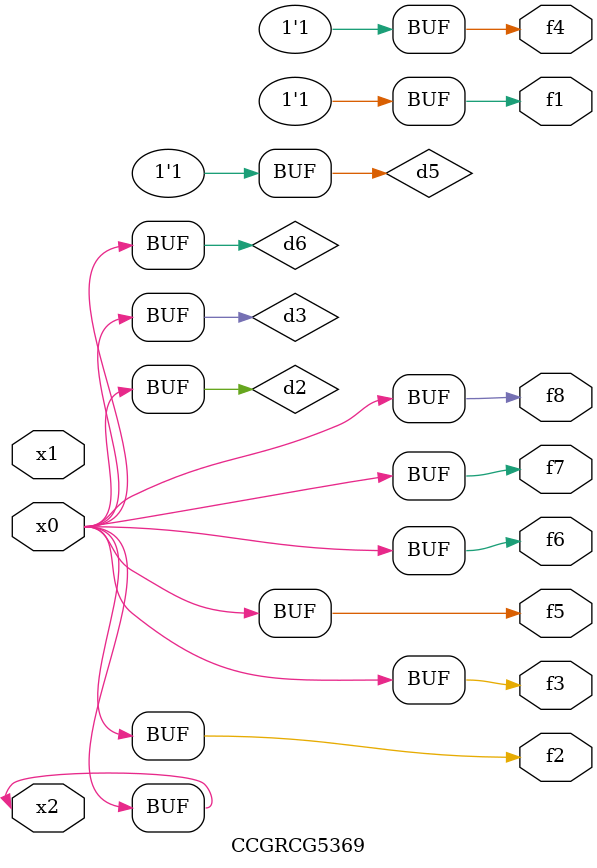
<source format=v>
module CCGRCG5369(
	input x0, x1, x2,
	output f1, f2, f3, f4, f5, f6, f7, f8
);

	wire d1, d2, d3, d4, d5, d6;

	xnor (d1, x2);
	buf (d2, x0, x2);
	and (d3, x0);
	xnor (d4, x1, x2);
	nand (d5, d1, d3);
	buf (d6, d2, d3);
	assign f1 = d5;
	assign f2 = d6;
	assign f3 = d6;
	assign f4 = d5;
	assign f5 = d6;
	assign f6 = d6;
	assign f7 = d6;
	assign f8 = d6;
endmodule

</source>
